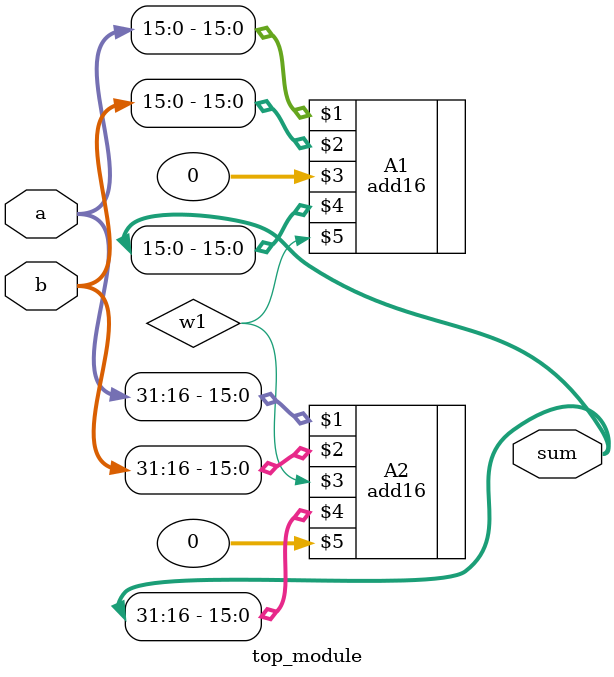
<source format=v>
module top_module(
    input [31:0] a,
    input [31:0] b,
    output [31:0] sum
);

    wire w1;
        add16 A1(a[15:0],b[15:0],0,sum[15:0],w1);
        add16 A2(a[31:16],b[31:16],w1,sum[31:16],0);
endmodule

</source>
